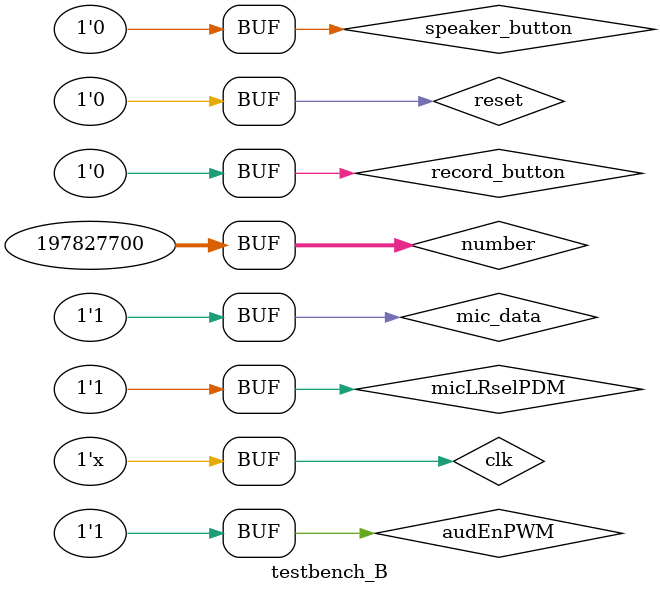
<source format=v>
`timescale 1ns/1ps
module testbench_B;
reg clk, reset, record_button, mic_data, speaker_button;
wire clkout_sys, clkout_mic;

integer i;
reg [31:0] number;
reg [5:0] counter;

wire audEnPWM = 1;
wire micLRselPDM = 1;

wire data_out;

//microphone_controller microphone_controller_inst(clk, reset, record_button, mic_data, clkout_sys, clkout_mic);

sounddriver sounddriver_inst(.clk(clk), .reset(reset), .recordBtnEN(record_button), .micGenCLK(clkout_mic), .micDataPDM(mic_data), .micLRselPDM(micLRselPDM), .playbackBtnEN(speaker_button), .audDataPWM(data_out), .audEnPWM(audEnPWM));
initial 
begin
    clk = 0;
    reset = 1;
    record_button = 0;
    i = 0;
    number = 32'b00001011110010101001110001110100;
    speaker_button = 0;
    #100 reset = 0;
    #250.5 record_button = 1;
    //#1000 record_button = 0;

    

    #5 mic_data = 1;
    #500 mic_data = 1;
    #500 mic_data = 0;
    //record_button = 0;
    #500 mic_data = 1;
    #500 mic_data = 0;
    #500 mic_data = 1;
    #500 mic_data = 1;
    #500 mic_data = 0;
    #500 mic_data = 1;
    #500 mic_data = 1;
    #500 mic_data = 0;
    #500 mic_data = 0;
    #500 mic_data = 0;
    #500 mic_data = 1;
    #500 mic_data = 1;
    #500 mic_data = 0;
    #500 mic_data = 0;
    #500 mic_data = 1;
    #500 mic_data = 0;
    #500 mic_data = 1;
    #500 mic_data = 0;
    #500 mic_data = 1;
    #500 mic_data = 1;
    #500 mic_data = 0;
    #500 mic_data = 1;
    #500 mic_data = 1;
    #500 mic_data = 0;
    #500 mic_data = 0;
    #500 mic_data = 0;
    #500 mic_data = 1;
    #500 mic_data = 1;
    #500 mic_data = 0;

    #500 mic_data = 1;
    #500 mic_data = 0;
    #500 mic_data = 1;
    #500 mic_data = 1;
    #500 mic_data = 1;
    #500 mic_data = 1;
    #500 mic_data = 1;
    #500 mic_data = 1;
    #500 mic_data = 0;
    #500 mic_data = 0;
    #500 mic_data = 0;
    #500 mic_data = 1;
    #500 mic_data = 1;
    #500 mic_data = 1;
    #500 mic_data = 1;
    #500 mic_data = 1;
    #500 mic_data = 0;
    #500 mic_data = 1;
    #500 mic_data = 1;
    #500 mic_data = 0;
    #500 mic_data = 1;
    #500 mic_data = 1;
    #500 mic_data = 1;
    #500 mic_data = 1;
    #500 mic_data = 0;
    #500 mic_data = 1;
    #500 mic_data = 1;
    #500 mic_data = 1;
    #500 mic_data = 0;
    #500 mic_data = 0;
    #500 mic_data = 0;
    #500 mic_data = 1;

    #500 mic_data = 0;
    #500 mic_data = 1;
    #500 mic_data = 0;
    #500 mic_data = 1;
    #500 mic_data = 0;
    #500 mic_data = 1;
    #500 mic_data = 1;
    #500 mic_data = 0;
    #500 mic_data = 1;
    #500 mic_data = 1;
    #500 mic_data = 0;
    #500 mic_data = 0;
    #500 mic_data = 1;
    #500 mic_data = 0;
    #500 mic_data = 1;
    #500 mic_data = 0;
    #500 mic_data = 0;
    #500 mic_data = 0;
    #500 mic_data = 1;
    #500 mic_data = 1;
    #500 mic_data = 0;
    #500 mic_data = 0;
    #500 mic_data = 1;
    #500 mic_data = 0;
    #500 mic_data = 1;
    #500 mic_data = 0;
    #500 mic_data = 1;
    #500 mic_data = 1;
    #500 mic_data = 1;
    #500 mic_data = 0;
    #500 mic_data = 1;
    #500 mic_data = 1; 
    record_button = 0;  
    //#100 speaker_button = 1;
    //#1000 speaker_button = 0;
    // #16494514.5 speaker_button = 1;
    // #10000 speaker_button = 0;
    #16800 speaker_button = 1;
    #10000 speaker_button = 0;


    // #1008505 mic_data = 0;
    // #500 mic_data = 1;
    // #500 mic_data = 0;
    // #500 mic_data = 1;
    // #500 mic_data = 0;
    // #500 mic_data = 1;
    // #500 mic_data = 1;
    // #500 mic_data = 0;
    // #500 mic_data = 1;
    // #500 mic_data = 1;
    // #500 mic_data = 0;
    // #500 mic_data = 0;
    // #500 mic_data = 1;
    // #500 mic_data = 0;
    // #500 mic_data = 1;
    // #500 mic_data = 0;
    // #500 mic_data = 0;
    // #500 mic_data = 0;
    // #500 mic_data = 0;
    // #500 mic_data = 1;
    // #500 mic_data = 0;
    // #500 mic_data = 0;
    // #500 mic_data = 1;
    // #500 mic_data = 0;
    // #500 mic_data = 1;
    // #500 mic_data = 0;
    // #500 mic_data = 0;
    // #500 mic_data = 1;
    // #500 mic_data = 1;
    // #500 mic_data = 0;
    // #500 mic_data = 1;
    // #500 mic_data = 1;
    // record_button = 0;
    // #16494514.5 speaker_button = 1;
    // #10000 speaker_button = 0;

    //#100 speaker_button = 1;
    //#1000 speaker_button = 0;

    // #13694626 mic_data = 0;
    // #500 mic_data = 1;
    // #500 mic_data = 0;
    // #500 mic_data = 1;
    // #500 mic_data = 0;
    // #500 mic_data = 1;
    // #500 mic_data = 1;
    // #500 mic_data = 0;
    // #500 mic_data = 1;
    // #500 mic_data = 1;
    // #500 mic_data = 0;
    // #500 mic_data = 0;
    // #500 mic_data = 1;
    // #500 mic_data = 0;
    // #500 mic_data = 1;
    // #500 mic_data = 0;
    // #500 mic_data = 0;
    // #500 mic_data = 0;
    // #500 mic_data = 0;
    // #500 mic_data = 1;
    // #500 mic_data = 0;
    // #500 mic_data = 0;
    // #500 mic_data = 1;
    // #500 mic_data = 0;
    // #500 mic_data = 1;
    // #500 mic_data = 0;
    // #500 mic_data = 0;
    // #500 mic_data = 1;
    // #500 mic_data = 1;
    // #500 mic_data = 0;
    // #500 mic_data = 1;
    // #500 mic_data = 0;
    //#16494514.5 speaker_button = 1;
    //#10000 speaker_button = 0;


end

// always @(posedge clkout_mic or posedge reset)
// begin
//     if(reset)
//         mic_data <= 1'bx;
//     else if(counter == 6'd31)
//     begin
//         number = $urandom();
//         $display("number is: %d\n", number);
//         i <= 0;
//     end
//     else 
//     begin
//         i <= i +1;
//         if(i == 31)
//             i <= 0;
//     end


// end

// always @(number or i)
// begin
//     mic_data = number[i];
// end

// always @(posedge clkout_mic or posedge reset)
// begin
//     if(reset)
//         counter <= 0;
//     else
//         counter <= counter + 1;
//     if(counter == 6'd32)
//         counter <= 0;
// end

// always @(posedge clkout_mic or posedge reset)
// begin
//     if(reset)
//         mic_data <= 1'bx;
//     else
//     begin
//         mic_data <= {$random}%2;
//         $display("%d", mic_data);
//         // mic_data <= number[i];
//         // i <= i+1;
//     end
// end

// always @(mic_data)
// begin
//     i = i + 1;
// end

always @(i)
begin
    if(i == 33)
    begin
        i = 0;
        //number = 32'b01001110011100110111011000010100;
    end
    //else if (i == 32)
        //number = 32'b01001110011100110111011000010100;

end

always @(posedge clkout_sys)
begin
    $display("time is %t and %d", $time, data_out);
end


always #5 clk = ~clk;

endmodule

</source>
